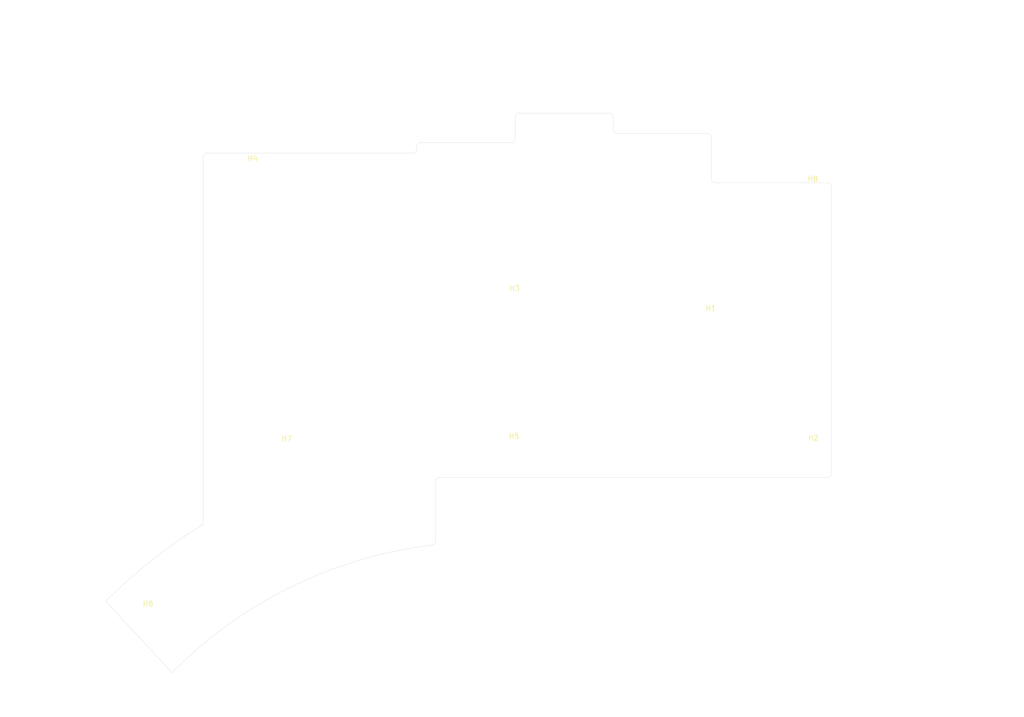
<source format=kicad_pcb>
(kicad_pcb (version 20171130) (host pcbnew "(5.1.7)-1")

  (general
    (thickness 1.6)
    (drawings 43)
    (tracks 0)
    (zones 0)
    (modules 8)
    (nets 3)
  )

  (page A4)
  (layers
    (0 F.Cu signal)
    (31 B.Cu signal)
    (32 B.Adhes user hide)
    (33 F.Adhes user hide)
    (34 B.Paste user hide)
    (35 F.Paste user hide)
    (36 B.SilkS user)
    (37 F.SilkS user)
    (38 B.Mask user hide)
    (39 F.Mask user)
    (40 Dwgs.User user hide)
    (41 Cmts.User user hide)
    (42 Eco1.User user hide)
    (43 Eco2.User user hide)
    (44 Edge.Cuts user)
    (45 Margin user hide)
    (46 B.CrtYd user hide)
    (47 F.CrtYd user hide)
    (48 B.Fab user hide)
    (49 F.Fab user hide)
  )

  (setup
    (last_trace_width 0.25)
    (user_trace_width 1)
    (trace_clearance 0.2)
    (zone_clearance 0.254)
    (zone_45_only no)
    (trace_min 0.2)
    (via_size 0.8)
    (via_drill 0.4)
    (via_min_size 0.4)
    (via_min_drill 0.3)
    (uvia_size 0.3)
    (uvia_drill 0.1)
    (uvias_allowed no)
    (uvia_min_size 0.2)
    (uvia_min_drill 0.1)
    (edge_width 0.05)
    (segment_width 0.2)
    (pcb_text_width 0.3)
    (pcb_text_size 1.5 1.5)
    (mod_edge_width 0.12)
    (mod_text_size 1 1)
    (mod_text_width 0.15)
    (pad_size 1.7526 1.7526)
    (pad_drill 1.0922)
    (pad_to_mask_clearance 0)
    (aux_axis_origin 0 0)
    (visible_elements 7FFFFFFF)
    (pcbplotparams
      (layerselection 0x010fc_ffffffff)
      (usegerberextensions false)
      (usegerberattributes true)
      (usegerberadvancedattributes true)
      (creategerberjobfile true)
      (excludeedgelayer true)
      (linewidth 0.100000)
      (plotframeref false)
      (viasonmask false)
      (mode 1)
      (useauxorigin true)
      (hpglpennumber 1)
      (hpglpenspeed 20)
      (hpglpendiameter 15.000000)
      (psnegative false)
      (psa4output false)
      (plotreference true)
      (plotvalue true)
      (plotinvisibletext false)
      (padsonsilk true)
      (subtractmaskfromsilk false)
      (outputformat 1)
      (mirror false)
      (drillshape 0)
      (scaleselection 1)
      (outputdirectory "gerber/"))
  )

  (net 0 "")
  (net 1 VCC)
  (net 2 GND)

  (net_class Default "This is the default net class."
    (clearance 0.2)
    (trace_width 0.25)
    (via_dia 0.8)
    (via_drill 0.4)
    (uvia_dia 0.3)
    (uvia_drill 0.1)
  )

  (module MountingHole:MountingHole_3.2mm_M3 (layer F.Cu) (tedit 56D1B4CB) (tstamp 6075B42F)
    (at 207.518 52.832)
    (descr "Mounting Hole 3.2mm, no annular, M3")
    (tags "mounting hole 3.2mm no annular m3")
    (path /60793C0F)
    (attr virtual)
    (fp_text reference H8 (at 0 -4.2) (layer F.SilkS)
      (effects (font (size 1 1) (thickness 0.15)))
    )
    (fp_text value MountingHole (at 0 4.2) (layer F.Fab)
      (effects (font (size 1 1) (thickness 0.15)))
    )
    (fp_circle (center 0 0) (end 3.2 0) (layer Cmts.User) (width 0.15))
    (fp_circle (center 0 0) (end 3.45 0) (layer F.CrtYd) (width 0.05))
    (fp_text user %R (at 0.3 0) (layer F.Fab)
      (effects (font (size 1 1) (thickness 0.15)))
    )
    (pad 1 np_thru_hole circle (at 0 0) (size 3.2 3.2) (drill 3.2) (layers *.Cu *.Mask))
  )

  (module MountingHole:MountingHole_3.2mm_M3 (layer F.Cu) (tedit 56D1B4CB) (tstamp 607578C6)
    (at 106.0069 103.0097)
    (descr "Mounting Hole 3.2mm, no annular, M3")
    (tags "mounting hole 3.2mm no annular m3")
    (path /607A62BA)
    (attr virtual)
    (fp_text reference H7 (at 0 -4.2) (layer F.SilkS)
      (effects (font (size 1 1) (thickness 0.15)))
    )
    (fp_text value MountingHole (at 0 4.2) (layer F.Fab)
      (effects (font (size 1 1) (thickness 0.15)))
    )
    (fp_circle (center 0 0) (end 3.2 0) (layer Cmts.User) (width 0.15))
    (fp_circle (center 0 0) (end 3.45 0) (layer F.CrtYd) (width 0.05))
    (fp_text user %R (at 0.3 0) (layer F.Fab)
      (effects (font (size 1 1) (thickness 0.15)))
    )
    (pad 1 np_thru_hole circle (at 0 0) (size 3.2 3.2) (drill 3.2) (layers *.Cu *.Mask))
  )

  (module MountingHole:MountingHole_3.2mm_M3 (layer F.Cu) (tedit 56D1B4CB) (tstamp 60754CC6)
    (at 79.248 134.874)
    (descr "Mounting Hole 3.2mm, no annular, M3")
    (tags "mounting hole 3.2mm no annular m3")
    (path /6075A3BD)
    (attr virtual)
    (fp_text reference H6 (at 0 -4.2) (layer F.SilkS)
      (effects (font (size 1 1) (thickness 0.15)))
    )
    (fp_text value MountingHole (at 0 4.2) (layer F.Fab)
      (effects (font (size 1 1) (thickness 0.15)))
    )
    (fp_circle (center 0 0) (end 3.2 0) (layer Cmts.User) (width 0.15))
    (fp_circle (center 0 0) (end 3.45 0) (layer F.CrtYd) (width 0.05))
    (fp_text user %R (at 0.3 0) (layer F.Fab)
      (effects (font (size 1 1) (thickness 0.15)))
    )
    (pad 1 np_thru_hole circle (at 0 0) (size 3.2 3.2) (drill 3.2) (layers *.Cu *.Mask))
  )

  (module MountingHole:MountingHole_3.2mm_M3 (layer F.Cu) (tedit 56D1B4CB) (tstamp 60754CBE)
    (at 149.86 102.489)
    (descr "Mounting Hole 3.2mm, no annular, M3")
    (tags "mounting hole 3.2mm no annular m3")
    (path /6075A135)
    (attr virtual)
    (fp_text reference H5 (at 0 -4.2) (layer F.SilkS)
      (effects (font (size 1 1) (thickness 0.15)))
    )
    (fp_text value MountingHole (at 0 4.2) (layer F.Fab)
      (effects (font (size 1 1) (thickness 0.15)))
    )
    (fp_circle (center 0 0) (end 3.2 0) (layer Cmts.User) (width 0.15))
    (fp_circle (center 0 0) (end 3.45 0) (layer F.CrtYd) (width 0.05))
    (fp_text user %R (at 0.3 0) (layer F.Fab)
      (effects (font (size 1 1) (thickness 0.15)))
    )
    (pad 1 np_thru_hole circle (at 0 0) (size 3.2 3.2) (drill 3.2) (layers *.Cu *.Mask))
  )

  (module MountingHole:MountingHole_3.2mm_M3 (layer F.Cu) (tedit 56D1B4CB) (tstamp 60754CB6)
    (at 99.441 48.895)
    (descr "Mounting Hole 3.2mm, no annular, M3")
    (tags "mounting hole 3.2mm no annular m3")
    (path /6075A694)
    (attr virtual)
    (fp_text reference H4 (at 0 -4.2) (layer F.SilkS)
      (effects (font (size 1 1) (thickness 0.15)))
    )
    (fp_text value MountingHole (at 0 4.2) (layer F.Fab)
      (effects (font (size 1 1) (thickness 0.15)))
    )
    (fp_circle (center 0 0) (end 3.2 0) (layer Cmts.User) (width 0.15))
    (fp_circle (center 0 0) (end 3.45 0) (layer F.CrtYd) (width 0.05))
    (fp_text user %R (at 0.3 0) (layer F.Fab)
      (effects (font (size 1 1) (thickness 0.15)))
    )
    (pad 1 np_thru_hole circle (at 0 0) (size 3.2 3.2) (drill 3.2) (layers *.Cu *.Mask))
  )

  (module MountingHole:MountingHole_3.2mm_M3 (layer F.Cu) (tedit 56D1B4CB) (tstamp 60754CAE)
    (at 149.987 73.9648)
    (descr "Mounting Hole 3.2mm, no annular, M3")
    (tags "mounting hole 3.2mm no annular m3")
    (path /60759F7C)
    (attr virtual)
    (fp_text reference H3 (at 0 -4.2) (layer F.SilkS)
      (effects (font (size 1 1) (thickness 0.15)))
    )
    (fp_text value MountingHole (at 0 4.2) (layer F.Fab)
      (effects (font (size 1 1) (thickness 0.15)))
    )
    (fp_circle (center 0 0) (end 3.2 0) (layer Cmts.User) (width 0.15))
    (fp_circle (center 0 0) (end 3.45 0) (layer F.CrtYd) (width 0.05))
    (fp_text user %R (at 0.3 0) (layer F.Fab)
      (effects (font (size 1 1) (thickness 0.15)))
    )
    (pad 1 np_thru_hole circle (at 0 0) (size 3.2 3.2) (drill 3.2) (layers *.Cu *.Mask))
  )

  (module MountingHole:MountingHole_3.2mm_M3 (layer F.Cu) (tedit 56D1B4CB) (tstamp 6075BA0E)
    (at 207.645 102.87)
    (descr "Mounting Hole 3.2mm, no annular, M3")
    (tags "mounting hole 3.2mm no annular m3")
    (path /6075A93C)
    (attr virtual)
    (fp_text reference H2 (at 0 -4.2) (layer F.SilkS)
      (effects (font (size 1 1) (thickness 0.15)))
    )
    (fp_text value MountingHole (at 0 4.2) (layer F.Fab)
      (effects (font (size 1 1) (thickness 0.15)))
    )
    (fp_circle (center 0 0) (end 3.2 0) (layer Cmts.User) (width 0.15))
    (fp_circle (center 0 0) (end 3.45 0) (layer F.CrtYd) (width 0.05))
    (fp_text user %R (at 0.3 0) (layer F.Fab)
      (effects (font (size 1 1) (thickness 0.15)))
    )
    (pad 1 np_thru_hole circle (at 0 0) (size 3.2 3.2) (drill 3.2) (layers *.Cu *.Mask))
  )

  (module MountingHole:MountingHole_3.2mm_M3 (layer F.Cu) (tedit 56D1B4CB) (tstamp 60754C9E)
    (at 187.8457 77.8129)
    (descr "Mounting Hole 3.2mm, no annular, M3")
    (tags "mounting hole 3.2mm no annular m3")
    (path /60759BE2)
    (attr virtual)
    (fp_text reference H1 (at 0 -4.2) (layer F.SilkS)
      (effects (font (size 1 1) (thickness 0.15)))
    )
    (fp_text value MountingHole (at 0 4.2) (layer F.Fab)
      (effects (font (size 1 1) (thickness 0.15)))
    )
    (fp_circle (center 0 0) (end 3.2 0) (layer Cmts.User) (width 0.15))
    (fp_circle (center 0 0) (end 3.45 0) (layer F.CrtYd) (width 0.05))
    (fp_text user %R (at 0.3 0) (layer F.Fab)
      (effects (font (size 1 1) (thickness 0.15)))
    )
    (pad 1 np_thru_hole circle (at 0 0) (size 3.2 3.2) (drill 3.2) (layers *.Cu *.Mask))
  )

  (gr_line (start 206.375 106.299) (end 210.375 106.299) (layer Edge.Cuts) (width 0.05) (tstamp 6075B9F7))
  (gr_line (start 206.375 49.403) (end 210.375 49.403) (layer Edge.Cuts) (width 0.05) (tstamp 6075B9F4))
  (gr_line (start 71.076237 130.207471) (end 83.878669 144.009293) (layer Edge.Cuts) (width 0.05) (tstamp 6075755D))
  (gr_arc (start 144.1069 203.3651) (end 89.889001 115.354101) (angle -13.31569458) (layer Edge.Cuts) (width 0.05))
  (gr_line (start 89.889 44.45) (end 89.889 115.3541) (layer Edge.Cuts) (width 0.05))
  (gr_line (start 90.651 43.688) (end 103.251 43.688) (layer Edge.Cuts) (width 0.05) (tstamp 60757557))
  (gr_line (start 211.137 50.165) (end 211.137 105.537) (layer Edge.Cuts) (width 0.05) (tstamp 60755B10))
  (gr_arc (start 144.1704 203.3397) (end 85.763282 142.153111) (angle -1.791806826) (layer Edge.Cuts) (width 0.05))
  (gr_line (start 104.557841 118.39453) (end 146.819667 209.025309) (layer Dwgs.User) (width 0.15))
  (gr_line (start 87.074455 128.947849) (end 163.622035 228.706598) (layer Dwgs.User) (width 0.15))
  (gr_line (start 169.037 36.703) (end 169.037 39.116) (layer Edge.Cuts) (width 0.05) (tstamp 6074A0C8))
  (gr_line (start 134.73 118.618) (end 134.73 117.983) (layer Edge.Cuts) (width 0.05) (tstamp 6074A1D3))
  (gr_arc (start 144.145 203.327) (end 133.968001 119.380001) (angle -36.7498178) (layer Edge.Cuts) (width 0.05))
  (gr_line (start 135.492 106.299) (end 145.542 106.299) (layer Edge.Cuts) (width 0.05) (tstamp 6074A1CB))
  (gr_line (start 181.61 106.299) (end 206.375 106.299) (layer Edge.Cuts) (width 0.05) (tstamp 6074A1AF))
  (gr_line (start 205.613 49.403) (end 206.375 49.403) (layer Edge.Cuts) (width 0.05) (tstamp 6074A1AE))
  (gr_arc (start 210.375 50.165) (end 211.137 50.165) (angle -90) (layer Edge.Cuts) (width 0.05))
  (gr_arc (start 210.375 105.537) (end 210.375 106.299) (angle -90) (layer Edge.Cuts) (width 0.05))
  (gr_line (start 145.542 106.299) (end 181.61 106.299) (layer Edge.Cuts) (width 0.05) (tstamp 6074A14C))
  (gr_line (start 134.73 107.061) (end 134.73 117.983) (layer Edge.Cuts) (width 0.05) (tstamp 6074A14B))
  (gr_arc (start 135.492 107.061) (end 135.492 106.299) (angle -90) (layer Edge.Cuts) (width 0.05))
  (gr_arc (start 133.968 118.618) (end 133.968 119.38) (angle -90) (layer Edge.Cuts) (width 0.05))
  (gr_arc (start 90.651 44.45) (end 90.651 43.688) (angle -90) (layer Edge.Cuts) (width 0.05))
  (gr_line (start 130.302 43.688) (end 103.251 43.688) (layer Edge.Cuts) (width 0.05))
  (gr_line (start 150.114 40.894) (end 150.114 36.703) (layer Edge.Cuts) (width 0.05) (tstamp 6074AE04))
  (gr_line (start 131.826 41.656) (end 149.352 41.656) (layer Edge.Cuts) (width 0.05) (tstamp 6074AE03))
  (gr_line (start 131.064 42.418) (end 131.064 42.926) (layer Edge.Cuts) (width 0.05) (tstamp 6074AE02))
  (gr_arc (start 130.302 42.926) (end 130.302 43.688) (angle -90) (layer Edge.Cuts) (width 0.05))
  (gr_arc (start 131.826 42.418) (end 131.826 41.656) (angle -90) (layer Edge.Cuts) (width 0.05))
  (gr_arc (start 149.352 40.894) (end 149.352 41.656) (angle -90) (layer Edge.Cuts) (width 0.05))
  (gr_arc (start 150.876 36.703) (end 150.876 35.941) (angle -90) (layer Edge.Cuts) (width 0.05))
  (gr_line (start 168.275 35.941) (end 150.876 35.941) (layer Edge.Cuts) (width 0.05))
  (gr_arc (start 168.275 36.703) (end 169.037 36.703) (angle -90) (layer Edge.Cuts) (width 0.05))
  (gr_arc (start 169.799 39.116) (end 169.037 39.116) (angle -90) (layer Edge.Cuts) (width 0.05))
  (gr_line (start 187.198 39.878) (end 169.799 39.878) (layer Edge.Cuts) (width 0.05))
  (gr_arc (start 187.198 40.64) (end 187.96 40.64) (angle -90) (layer Edge.Cuts) (width 0.05))
  (gr_line (start 187.96 48.641) (end 187.96 40.64) (layer Edge.Cuts) (width 0.05))
  (gr_line (start 188.722 49.403) (end 189.357 49.403) (layer Edge.Cuts) (width 0.05) (tstamp 6074AE01))
  (gr_arc (start 188.722 48.641) (end 187.96 48.641) (angle -90) (layer Edge.Cuts) (width 0.05))
  (gr_line (start 205.613 49.403) (end 189.357 49.403) (layer Edge.Cuts) (width 0.05))
  (gr_circle (center 190.69815 108.132787) (end 192.698147 108.132787) (layer Dwgs.User) (width 0.2))
  (gr_circle (center 203.675013 82.961836) (end 205.675016 82.961831) (layer Dwgs.User) (width 0.2))
  (gr_circle (center 95.931134 72.510967) (end 97.931141 72.510971) (layer Dwgs.User) (width 0.2))

  (zone (net 1) (net_name VCC) (layer F.Cu) (tstamp 607641B1) (hatch edge 0.508)
    (connect_pads yes (clearance 0.254))
    (min_thickness 0.254)
    (fill yes (arc_segments 32) (thermal_gap 0.26) (thermal_bridge_width 0.26))
    (polygon
      (pts
        (xy 241.3 14.986) (xy 238.887 122.682) (xy 65.151 151.892) (xy 57.15 14.097)
      )
    )
  )
  (zone (net 2) (net_name GND) (layer B.Cu) (tstamp 607641AE) (hatch edge 0.508)
    (connect_pads (clearance 0.254))
    (min_thickness 0.254)
    (fill yes (arc_segments 32) (thermal_gap 0.26) (thermal_bridge_width 0.26))
    (polygon
      (pts
        (xy 248.285 15.875) (xy 244.856 138.43) (xy 65.532 152.527) (xy 50.673 14.351)
      )
    )
  )
)

</source>
